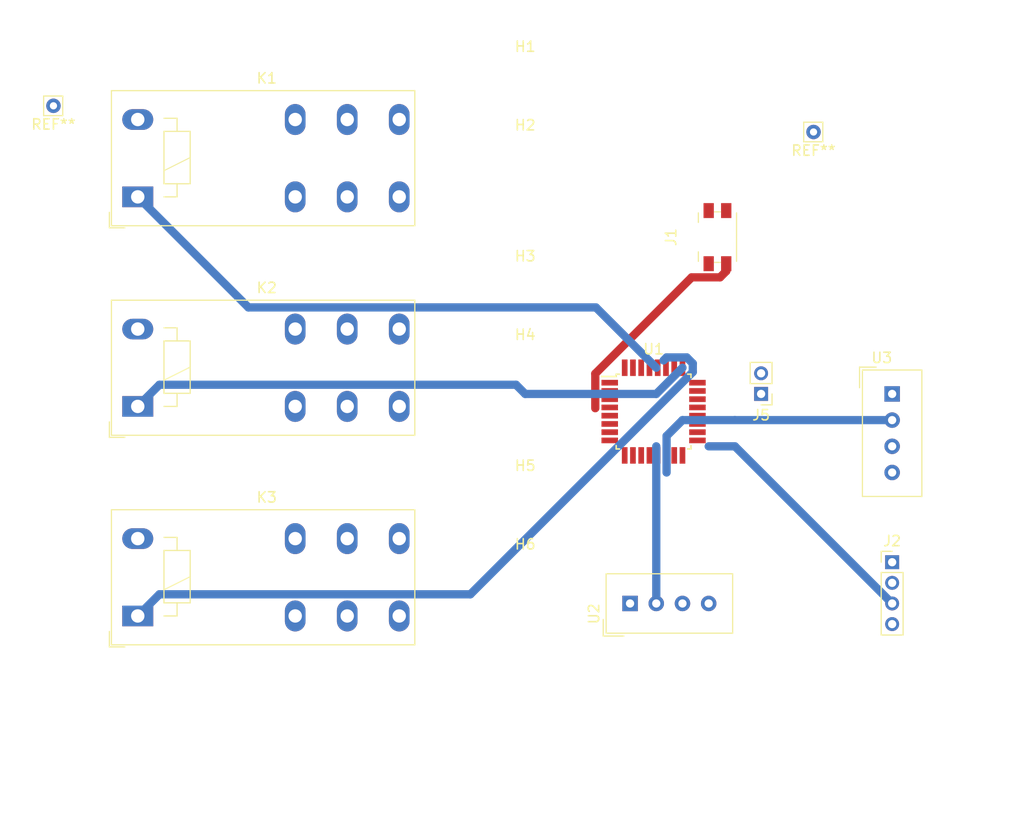
<source format=kicad_pcb>
(kicad_pcb (version 20221018) (generator pcbnew)
  (layers (0 "F.Cu" signal) (1 "In1.Cu" signal) (2 "In2.Cu" signal) (31 "B.Cu" signal) (34 "B.Paste" user) (35 "F.Paste" user) (36 "B.SilkS" user "B.Silkscreen") (37 "F.SilkS" user "F.Silkscreen") (38 "B.Mask" user) (39 "F.Mask" user) (44 "Edge.Cuts" user))
  (net 0 "")
  (net 1 "Net-(J1-Pin_1)")
  (net 2 "Net-(BT1-+)")
  (net 3 "Earth")
  (net 4 "Net-(J2-Pin_3)")
  (net 6 "Net-(H6-Pad1)")
  (net 7 "Net-(K1-Pad12)")
  (net 8 "Net-(H5-Pad1)")
  (net 9 "Net-(U1-PC4)")
  (net 10 "Net-(BT1--)")
  (net 11 "Net-(H2-Pad1)")
  (net 12 "Net-(K2-Pad12)")
  (net 13 "Net-(H1-Pad1)")
  (net 14 "Net-(U1-PC3)")
  (net 15 "Net-(H4-Pad1)")
  (net 16 "Net-(K3-Pad12)")
  (net 17 "Net-(H3-Pad1)")
  (net 18 "Net-(U1-PC5)")
  (net 26 "Net-(U1-PB0)")
  (net 27 "Net-(U1-PB1)")
  (footprint "Connector_PinHeader_2.00mm:PinHeader_1x04_P2.00mm_Vertical" (layer "F.Cu") (at 165.1 87.44)
    (fp_text reference "J2" (at 0 -2.06) (layer "F.SilkS"))
    (fp_text value "Rain_Inputs")
    (fp_line (start -1.06 -1.06) (end 0 -1.06) (stroke (width 0.12)) (layer "F.SilkS"))
    (fp_line (start -1.06 0) (end -1.06 -1.06) (stroke (width 0.12)) (layer "F.SilkS"))
    (fp_line (start -1.06 1) (end -1.06 7.06) (stroke (width 0.12)) (layer "F.SilkS"))
    (fp_line (start -1.06 1) (end 1.06 1) (stroke (width 0.12)) (layer "F.SilkS"))
    (fp_line (start -1.06 7.06) (end 1.06 7.06) (stroke (width 0.12)) (layer "F.SilkS"))
    (fp_line (start 1.06 1) (end 1.06 7.06) (stroke (width 0.12)) (layer "F.SilkS"))
    (pad "1" thru_hole rect (at 0 0) (size 1.35 1.35) (drill 0.8) (layers "*.Cu" "*.Mask") (net 2 "Net-(BT1-+)"))
    (pad "2" thru_hole oval (at 0 2) (size 1.35 1.35) (drill 0.8) (layers "*.Cu" "*.Mask") (net 3 "Earth"))
    (pad "3" thru_hole oval (at 0 4) (size 1.35 1.35) (drill 0.8) (layers "*.Cu" "*.Mask") (net 4 "Net-(J2-Pin_3)"))
    (pad "4" thru_hole oval (at 0 6) (size 1.35 1.35) (drill 0.8) (layers "*.Cu" "*.Mask"))
  )
  (footprint "MountingHole:MountingHole_2.1mm" (layer "F.Cu") (at 129.54 60.96)
    (fp_text reference "H3" (at 0 -3.2) (layer "F.SilkS"))
    (fp_text value "+Condicionador de Ar")
    (pad "" np_thru_hole circle (at 0 0) (size 2.1 2.1) (drill 2.1) (layers "*.Cu" "*.Mask"))
  )
  (footprint "Connector_PinHeader_2.00mm:PinHeader_1x02_P2.00mm_Vertical" (layer "F.Cu") (at 152.4 71.12 180)
    (fp_text reference "J5" (at 0 -2.06) (layer "F.SilkS"))
    (fp_text value "Sensor fim de curso")
    (fp_line (start -1.06 -1.06) (end 0 -1.06) (stroke (width 0.12)) (layer "F.SilkS"))
    (fp_line (start -1.06 0) (end -1.06 -1.06) (stroke (width 0.12)) (layer "F.SilkS"))
    (fp_line (start -1.06 1) (end -1.06 3.06) (stroke (width 0.12)) (layer "F.SilkS"))
    (fp_line (start -1.06 1) (end 1.06 1) (stroke (width 0.12)) (layer "F.SilkS"))
    (fp_line (start -1.06 3.06) (end 1.06 3.06) (stroke (width 0.12)) (layer "F.SilkS"))
    (fp_line (start 1.06 1) (end 1.06 3.06) (stroke (width 0.12)) (layer "F.SilkS"))
    (pad "1" thru_hole rect (at 0 0 180) (size 1.35 1.35) (drill 0.8) (layers "*.Cu" "*.Mask") (net 3 "Earth"))
    (pad "2" thru_hole oval (at 0 2 180) (size 1.35 1.35) (drill 0.8) (layers "*.Cu" "*.Mask") (net 2 "Net-(BT1-+)"))
  )
  (footprint "MountingHole:MountingHole_2.1mm" (layer "F.Cu") (at 129.54 81.28)
    (fp_text reference "H5" (at 0 -3.2) (layer "F.SilkS"))
    (fp_text value "+Umidificador")
    (pad "" np_thru_hole circle (at 0 0) (size 2.1 2.1) (drill 2.1) (layers "*.Cu" "*.Mask"))
  )
  (footprint "Sensor:Aosong_DHT11_5.5x12.0_P2.54mm" (layer "F.Cu") (at 165.1 71.12)
    (fp_text reference "U3" (at -1 -3.5) (layer "F.SilkS"))
    (fp_text value "DHT11")
    (fp_line (start -3.16 -2.6) (end -3.16 -0.6) (stroke (width 0.12)) (layer "F.SilkS"))
    (fp_line (start -3.16 -2.6) (end -1.55 -2.6) (stroke (width 0.12)) (layer "F.SilkS"))
    (fp_line (start -2.88 9.94) (end -2.88 -2.31) (stroke (width 0.12)) (layer "F.SilkS"))
    (fp_line (start -2.87 -2.32) (end 2.87 -2.32) (stroke (width 0.12)) (layer "F.SilkS"))
    (fp_line (start 2.88 -2.32) (end 2.88 9.94) (stroke (width 0.12)) (layer "F.SilkS"))
    (fp_line (start 2.88 9.94) (end -2.88 9.94) (stroke (width 0.12)) (layer "F.SilkS"))
    (pad "1" thru_hole rect (at 0 0) (size 1.5 1.5) (drill 0.8) (layers "*.Cu" "*.Mask") (net 2 "Net-(BT1-+)"))
    (pad "2" thru_hole circle (at 0 2.54) (size 1.5 1.5) (drill 0.8) (layers "*.Cu" "*.Mask") (net 27 "Net-(U1-PB1)"))
    (pad "3" thru_hole circle (at 0 5.08) (size 1.5 1.5) (drill 0.8) (layers "*.Cu" "*.Mask"))
    (pad "4" thru_hole circle (at 0 7.62) (size 1.5 1.5) (drill 0.8) (layers "*.Cu" "*.Mask") (net 3 "Earth"))
  )
  (footprint "Relay_THT:Relay_SPDT_Schrack-RT1-16A-FormC_RM5mm" (layer "F.Cu") (at 91.99 72.33)
    (fp_text reference "K2" (at 12.5 -11.5) (layer "F.SilkS"))
    (fp_text value "RT314A24")
    (fp_line (start -2.75 1.5) (end -2.75 3) (stroke (width 0.12)) (layer "F.SilkS"))
    (fp_line (start -2.75 3) (end -1.25 3) (stroke (width 0.12)) (layer "F.SilkS"))
    (fp_line (start -2.55 -10.3) (end -2.55 2.8) (stroke (width 0.12)) (layer "F.SilkS"))
    (fp_line (start -2.55 2.8) (end 26.85 2.8) (stroke (width 0.12)) (layer "F.SilkS"))
    (fp_line (start 2.54 -6.35) (end 2.54 -1.27) (stroke (width 0.12)) (layer "F.SilkS"))
    (fp_line (start 2.54 -2.54) (end 5.08 -3.81) (stroke (width 0.1)) (layer "F.SilkS"))
    (fp_line (start 2.54 -1.27) (end 3.81 -1.27) (stroke (width 0.12)) (layer "F.SilkS"))
    (fp_line (start 2.54 0) (end 3.81 0) (stroke (width 0.12)) (layer "F.SilkS"))
    (fp_line (start 3.81 -7.62) (end 2.54 -7.62) (stroke (width 0.12)) (layer "F.SilkS"))
    (fp_line (start 3.81 -6.35) (end 3.81 -7.62) (stroke (width 0.12)) (layer "F.SilkS"))
    (fp_line (start 3.81 -1.27) (end 5.08 -1.27) (stroke (width 0.12)) (layer "F.SilkS"))
    (fp_line (start 3.81 0) (end 3.81 -1.27) (stroke (width 0.12)) (layer "F.SilkS"))
    (fp_line (start 5.08 -6.35) (end 2.54 -6.35) (stroke (width 0.12)) (layer "F.SilkS"))
    (fp_line (start 5.08 -1.27) (end 5.08 -6.35) (stroke (width 0.12)) (layer "F.SilkS"))
    (fp_line (start 26.85 -10.3) (end -2.55 -10.3) (stroke (width 0.12)) (layer "F.SilkS"))
    (fp_line (start 26.85 2.8) (end 26.85 -10.3) (stroke (width 0.12)) (layer "F.SilkS"))
    (pad "11" thru_hole oval (at 20.3 -7.5 180) (size 2 3) (drill 1.3) (layers "*.Cu" "*.Mask") (net 11 "Net-(H2-Pad1)"))
    (pad "11" thru_hole oval (at 20.3 0 180) (size 2 3) (drill 1.3) (layers "*.Cu" "*.Mask") (net 11 "Net-(H2-Pad1)"))
    (pad "12" thru_hole oval (at 15.26 -7.5 180) (size 2 3) (drill 1.3) (layers "*.Cu" "*.Mask") (net 12 "Net-(K2-Pad12)"))
    (pad "12" thru_hole oval (at 15.26 0 180) (size 2 3) (drill 1.3) (layers "*.Cu" "*.Mask") (net 12 "Net-(K2-Pad12)"))
    (pad "14" thru_hole oval (at 25.34 -7.5 180) (size 2 3) (drill 1.3) (layers "*.Cu" "*.Mask") (net 13 "Net-(H1-Pad1)"))
    (pad "14" thru_hole oval (at 25.34 0 180) (size 2 3) (drill 1.3) (layers "*.Cu" "*.Mask") (net 13 "Net-(H1-Pad1)"))
    (pad "A1" thru_hole rect (at 0 0 180) (size 3 2) (drill 1.3) (layers "*.Cu" "*.Mask") (net 14 "Net-(U1-PC3)"))
    (pad "A2" thru_hole oval (at 0 -7.5 180) (size 3 2) (drill 1.3) (layers "*.Cu" "*.Mask") (net 10 "Net-(BT1--)"))
  )
  (footprint "Relay_THT:Relay_SPDT_Schrack-RT1-16A-FormC_RM5mm" (layer "F.Cu") (at 91.99 92.65)
    (fp_text reference "K3" (at 12.5 -11.5) (layer "F.SilkS"))
    (fp_text value "RT314A24")
    (fp_line (start -2.75 1.5) (end -2.75 3) (stroke (width 0.12)) (layer "F.SilkS"))
    (fp_line (start -2.75 3) (end -1.25 3) (stroke (width 0.12)) (layer "F.SilkS"))
    (fp_line (start -2.55 -10.3) (end -2.55 2.8) (stroke (width 0.12)) (layer "F.SilkS"))
    (fp_line (start -2.55 2.8) (end 26.85 2.8) (stroke (width 0.12)) (layer "F.SilkS"))
    (fp_line (start 2.54 -6.35) (end 2.54 -1.27) (stroke (width 0.12)) (layer "F.SilkS"))
    (fp_line (start 2.54 -2.54) (end 5.08 -3.81) (stroke (width 0.1)) (layer "F.SilkS"))
    (fp_line (start 2.54 -1.27) (end 3.81 -1.27) (stroke (width 0.12)) (layer "F.SilkS"))
    (fp_line (start 2.54 0) (end 3.81 0) (stroke (width 0.12)) (layer "F.SilkS"))
    (fp_line (start 3.81 -7.62) (end 2.54 -7.62) (stroke (width 0.12)) (layer "F.SilkS"))
    (fp_line (start 3.81 -6.35) (end 3.81 -7.62) (stroke (width 0.12)) (layer "F.SilkS"))
    (fp_line (start 3.81 -1.27) (end 5.08 -1.27) (stroke (width 0.12)) (layer "F.SilkS"))
    (fp_line (start 3.81 0) (end 3.81 -1.27) (stroke (width 0.12)) (layer "F.SilkS"))
    (fp_line (start 5.08 -6.35) (end 2.54 -6.35) (stroke (width 0.12)) (layer "F.SilkS"))
    (fp_line (start 5.08 -1.27) (end 5.08 -6.35) (stroke (width 0.12)) (layer "F.SilkS"))
    (fp_line (start 26.85 -10.3) (end -2.55 -10.3) (stroke (width 0.12)) (layer "F.SilkS"))
    (fp_line (start 26.85 2.8) (end 26.85 -10.3) (stroke (width 0.12)) (layer "F.SilkS"))
    (pad "11" thru_hole oval (at 20.3 -7.5 180) (size 2 3) (drill 1.3) (layers "*.Cu" "*.Mask") (net 15 "Net-(H4-Pad1)"))
    (pad "11" thru_hole oval (at 20.3 0 180) (size 2 3) (drill 1.3) (layers "*.Cu" "*.Mask") (net 15 "Net-(H4-Pad1)"))
    (pad "12" thru_hole oval (at 15.26 -7.5 180) (size 2 3) (drill 1.3) (layers "*.Cu" "*.Mask") (net 16 "Net-(K3-Pad12)"))
    (pad "12" thru_hole oval (at 15.26 0 180) (size 2 3) (drill 1.3) (layers "*.Cu" "*.Mask") (net 16 "Net-(K3-Pad12)"))
    (pad "14" thru_hole oval (at 25.34 -7.5 180) (size 2 3) (drill 1.3) (layers "*.Cu" "*.Mask") (net 17 "Net-(H3-Pad1)"))
    (pad "14" thru_hole oval (at 25.34 0 180) (size 2 3) (drill 1.3) (layers "*.Cu" "*.Mask") (net 17 "Net-(H3-Pad1)"))
    (pad "A1" thru_hole rect (at 0 0 180) (size 3 2) (drill 1.3) (layers "*.Cu" "*.Mask") (net 18 "Net-(U1-PC5)"))
    (pad "A2" thru_hole oval (at 0 -7.5 180) (size 3 2) (drill 1.3) (layers "*.Cu" "*.Mask") (net 10 "Net-(BT1--)"))
  )
  (footprint "MountingHole:MountingHole_2.1mm" (layer "F.Cu") (at 129.54 88.9)
    (fp_text reference "H6" (at 0 -3.2) (layer "F.SilkS"))
    (fp_text value "-Umidificador")
    (pad "" np_thru_hole circle (at 0 0) (size 2.1 2.1) (drill 2.1) (layers "*.Cu" "*.Mask"))
  )
  (footprint "Relay_THT:Relay_SPDT_Schrack-RT1-16A-FormC_RM5mm" (layer "F.Cu") (at 91.99 52.01)
    (fp_text reference "K1" (at 12.5 -11.5) (layer "F.SilkS"))
    (fp_text value "RT314A24")
    (fp_line (start -2.75 1.5) (end -2.75 3) (stroke (width 0.12)) (layer "F.SilkS"))
    (fp_line (start -2.75 3) (end -1.25 3) (stroke (width 0.12)) (layer "F.SilkS"))
    (fp_line (start -2.55 -10.3) (end -2.55 2.8) (stroke (width 0.12)) (layer "F.SilkS"))
    (fp_line (start -2.55 2.8) (end 26.85 2.8) (stroke (width 0.12)) (layer "F.SilkS"))
    (fp_line (start 2.54 -6.35) (end 2.54 -1.27) (stroke (width 0.12)) (layer "F.SilkS"))
    (fp_line (start 2.54 -2.54) (end 5.08 -3.81) (stroke (width 0.1)) (layer "F.SilkS"))
    (fp_line (start 2.54 -1.27) (end 3.81 -1.27) (stroke (width 0.12)) (layer "F.SilkS"))
    (fp_line (start 2.54 0) (end 3.81 0) (stroke (width 0.12)) (layer "F.SilkS"))
    (fp_line (start 3.81 -7.62) (end 2.54 -7.62) (stroke (width 0.12)) (layer "F.SilkS"))
    (fp_line (start 3.81 -6.35) (end 3.81 -7.62) (stroke (width 0.12)) (layer "F.SilkS"))
    (fp_line (start 3.81 -1.27) (end 5.08 -1.27) (stroke (width 0.12)) (layer "F.SilkS"))
    (fp_line (start 3.81 0) (end 3.81 -1.27) (stroke (width 0.12)) (layer "F.SilkS"))
    (fp_line (start 5.08 -6.35) (end 2.54 -6.35) (stroke (width 0.12)) (layer "F.SilkS"))
    (fp_line (start 5.08 -1.27) (end 5.08 -6.35) (stroke (width 0.12)) (layer "F.SilkS"))
    (fp_line (start 26.85 -10.3) (end -2.55 -10.3) (stroke (width 0.12)) (layer "F.SilkS"))
    (fp_line (start 26.85 2.8) (end 26.85 -10.3) (stroke (width 0.12)) (layer "F.SilkS"))
    (pad "11" thru_hole oval (at 20.3 -7.5 180) (size 2 3) (drill 1.3) (layers "*.Cu" "*.Mask") (net 6 "Net-(H6-Pad1)"))
    (pad "11" thru_hole oval (at 20.3 0 180) (size 2 3) (drill 1.3) (layers "*.Cu" "*.Mask") (net 6 "Net-(H6-Pad1)"))
    (pad "12" thru_hole oval (at 15.26 -7.5 180) (size 2 3) (drill 1.3) (layers "*.Cu" "*.Mask") (net 7 "Net-(K1-Pad12)"))
    (pad "12" thru_hole oval (at 15.26 0 180) (size 2 3) (drill 1.3) (layers "*.Cu" "*.Mask") (net 7 "Net-(K1-Pad12)"))
    (pad "14" thru_hole oval (at 25.34 -7.5 180) (size 2 3) (drill 1.3) (layers "*.Cu" "*.Mask") (net 8 "Net-(H5-Pad1)"))
    (pad "14" thru_hole oval (at 25.34 0 180) (size 2 3) (drill 1.3) (layers "*.Cu" "*.Mask") (net 8 "Net-(H5-Pad1)"))
    (pad "A1" thru_hole rect (at 0 0 180) (size 3 2) (drill 1.3) (layers "*.Cu" "*.Mask") (net 9 "Net-(U1-PC4)"))
    (pad "A2" thru_hole oval (at 0 -7.5 180) (size 3 2) (drill 1.3) (layers "*.Cu" "*.Mask") (net 10 "Net-(BT1--)"))
  )
  (footprint "MountingHole:MountingHole_2.1mm" (layer "F.Cu") (at 129.54 68.58)
    (fp_text reference "H4" (at 0 -3.2) (layer "F.SilkS"))
    (fp_text value "-Condicionador de Ar")
    (pad "" np_thru_hole circle (at 0 0) (size 2.1 2.1) (drill 2.1) (layers "*.Cu" "*.Mask"))
  )
  (footprint "Button_Switch_SMD:Panasonic_EVQPUM_EVQPUD" (layer "F.Cu") (at 148.17 55.915 90)
    (fp_text reference "J1" (at 0 -4.5 90) (layer "F.SilkS"))
    (fp_text value "Botao Iniciar")
    (fp_line (start -2.45 0.275) (end -2.45 -0.275) (stroke (width 0.12)) (layer "F.SilkS"))
    (fp_line (start -1.425 -1.85) (end -2.35 -1.85) (stroke (width 0.12)) (layer "F.SilkS"))
    (fp_line (start 2.35 -1.85) (end 1.425 -1.85) (stroke (width 0.12)) (layer "F.SilkS"))
    (fp_line (start 2.35 1.85) (end -2.35 1.85) (stroke (width 0.12)) (layer "F.SilkS"))
    (fp_line (start 2.45 0.275) (end 2.45 -0.275) (stroke (width 0.12)) (layer "F.SilkS"))
    (pad "" np_thru_hole circle (at 0 -1.375 270) (size 0.75 0.75) (drill 0.75) (layers "*.Cu" "*.Mask"))
    (pad "" np_thru_hole circle (at 0 1.375 270) (size 0.75 0.75) (drill 0.75) (layers "*.Cu" "*.Mask"))
    (pad "1" smd rect (at -2.575 -0.85 270) (size 1.45 1) (layers "F.Cu" "F.Paste" "F.Mask") (net 1 "Net-(J1-Pin_1)"))
    (pad "1" smd rect (at 2.575 -0.85 270) (size 1.45 1) (layers "F.Cu" "F.Paste" "F.Mask") (net 1 "Net-(J1-Pin_1)"))
    (pad "2" smd rect (at -2.575 0.85 270) (size 1.45 1) (layers "F.Cu" "F.Paste" "F.Mask") (net 2 "Net-(BT1-+)"))
    (pad "2" smd rect (at 2.575 0.85 270) (size 1.45 1) (layers "F.Cu" "F.Paste" "F.Mask") (net 2 "Net-(BT1-+)"))
  )
  (footprint "MountingHole:MountingHole_2.1mm" (layer "F.Cu") (at 129.54 40.64)
    (fp_text reference "H1" (at 0 -3.2) (layer "F.SilkS"))
    (fp_text value "+Motor")
    (pad "" np_thru_hole circle (at 0 0) (size 2.1 2.1) (drill 2.1) (layers "*.Cu" "*.Mask"))
  )
  (footprint "Connector_Pin:Pin_D0.7mm_L6.5mm_W1.8mm_FlatFork" (layer "F.Cu") (at 157.48 45.72)
    (fp_text reference "REF**" (at 0 1.8) (layer "F.SilkS"))
    (fp_text value "Pin_D0.7mm_L6.5mm_W1.8mm_FlatFork")
    (fp_line (start -0.95 -0.95) (end -0.95 0.95) (stroke (width 0.12)) (layer "F.SilkS"))
    (fp_line (start -0.95 0.95) (end 0.9 0.95) (stroke (width 0.12)) (layer "F.SilkS"))
    (fp_line (start 0.9 -0.95) (end -0.95 -0.95) (stroke (width 0.12)) (layer "F.SilkS"))
    (fp_line (start 0.9 -0.9) (end 0.9 -0.95) (stroke (width 0.12)) (layer "F.SilkS"))
    (fp_line (start 0.9 0.95) (end 0.9 -0.9) (stroke (width 0.12)) (layer "F.SilkS"))
    (pad "1" thru_hole circle (at 0 0) (size 1.4 1.4) (drill 0.7) (layers "*.Cu" "*.Mask"))
  )
  (footprint "Connector_Pin:Pin_D0.7mm_L6.5mm_W1.8mm_FlatFork" (layer "F.Cu") (at 83.82 43.18)
    (fp_text reference "REF**" (at 0 1.8) (layer "F.SilkS"))
    (fp_text value "Terra")
    (fp_line (start -0.95 -0.95) (end -0.95 0.95) (stroke (width 0.12)) (layer "F.SilkS"))
    (fp_line (start -0.95 0.95) (end 0.9 0.95) (stroke (width 0.12)) (layer "F.SilkS"))
    (fp_line (start 0.9 -0.95) (end -0.95 -0.95) (stroke (width 0.12)) (layer "F.SilkS"))
    (fp_line (start 0.9 -0.9) (end 0.9 -0.95) (stroke (width 0.12)) (layer "F.SilkS"))
    (fp_line (start 0.9 0.95) (end 0.9 -0.9) (stroke (width 0.12)) (layer "F.SilkS"))
    (pad "1" thru_hole circle (at 0 0) (size 1.4 1.4) (drill 0.7) (layers "*.Cu" "*.Mask"))
  )
  (footprint "Sensor:Aosong_DHT11_5.5x12.0_P2.54mm" (layer "F.Cu") (at 139.7 91.44 90)
    (fp_text reference "U2" (at -1 -3.5 90) (layer "F.SilkS"))
    (fp_text value "DHT11")
    (fp_line (start -3.16 -2.6) (end -3.16 -0.6) (stroke (width 0.12)) (layer "F.SilkS"))
    (fp_line (start -3.16 -2.6) (end -1.55 -2.6) (stroke (width 0.12)) (layer "F.SilkS"))
    (fp_line (start -2.88 9.94) (end -2.88 -2.31) (stroke (width 0.12)) (layer "F.SilkS"))
    (fp_line (start -2.87 -2.32) (end 2.87 -2.32) (stroke (width 0.12)) (layer "F.SilkS"))
    (fp_line (start 2.88 -2.32) (end 2.88 9.94) (stroke (width 0.12)) (layer "F.SilkS"))
    (fp_line (start 2.88 9.94) (end -2.88 9.94) (stroke (width 0.12)) (layer "F.SilkS"))
    (pad "1" thru_hole rect (at 0 0 90) (size 1.5 1.5) (drill 0.8) (layers "*.Cu" "*.Mask") (net 2 "Net-(BT1-+)"))
    (pad "2" thru_hole circle (at 0 2.54 90) (size 1.5 1.5) (drill 0.8) (layers "*.Cu" "*.Mask") (net 26 "Net-(U1-PB0)"))
    (pad "3" thru_hole circle (at 0 5.08 90) (size 1.5 1.5) (drill 0.8) (layers "*.Cu" "*.Mask"))
    (pad "4" thru_hole circle (at 0 7.62 90) (size 1.5 1.5) (drill 0.8) (layers "*.Cu" "*.Mask") (net 3 "Earth"))
  )
  (footprint "MountingHole:MountingHole_2.1mm" (layer "F.Cu") (at 129.54 48.26)
    (fp_text reference "H2" (at 0 -3.2) (layer "F.SilkS"))
    (fp_text value "-Motor")
    (pad "" np_thru_hole circle (at 0 0) (size 2.1 2.1) (drill 2.1) (layers "*.Cu" "*.Mask"))
  )
  (footprint "Package_QFP:TQFP-32_7x7mm_P0.8mm" (layer "F.Cu") (at 141.98 72.83)
    (fp_text reference "U1" (at 0 -6.05) (layer "F.SilkS"))
    (fp_text value "ATmega328-A")
    (fp_line (start -3.625 -3.625) (end -3.625 -3.4) (stroke (width 0.15)) (layer "F.SilkS"))
    (fp_line (start -3.625 -3.625) (end -3.3 -3.625) (stroke (width 0.15)) (layer "F.SilkS"))
    (fp_line (start -3.625 -3.4) (end -5.05 -3.4) (stroke (width 0.15)) (layer "F.SilkS"))
    (fp_line (start -3.625 3.625) (end -3.625 3.3) (stroke (width 0.15)) (layer "F.SilkS"))
    (fp_line (start -3.625 3.625) (end -3.3 3.625) (stroke (width 0.15)) (layer "F.SilkS"))
    (fp_line (start 3.625 -3.625) (end 3.3 -3.625) (stroke (width 0.15)) (layer "F.SilkS"))
    (fp_line (start 3.625 -3.625) (end 3.625 -3.3) (stroke (width 0.15)) (layer "F.SilkS"))
    (fp_line (start 3.625 3.625) (end 3.3 3.625) (stroke (width 0.15)) (layer "F.SilkS"))
    (fp_line (start 3.625 3.625) (end 3.625 3.3) (stroke (width 0.15)) (layer "F.SilkS"))
    (pad "1" smd rect (at -4.25 -2.8) (size 1.6 0.55) (layers "F.Cu" "F.Paste" "F.Mask"))
    (pad "2" smd rect (at -4.25 -2) (size 1.6 0.55) (layers "F.Cu" "F.Paste" "F.Mask"))
    (pad "3" smd rect (at -4.25 -1.2) (size 1.6 0.55) (layers "F.Cu" "F.Paste" "F.Mask") (net 10 "Net-(BT1--)"))
    (pad "4" smd rect (at -4.25 -0.4) (size 1.6 0.55) (layers "F.Cu" "F.Paste" "F.Mask") (net 2 "Net-(BT1-+)"))
    (pad "5" smd rect (at -4.25 0.4) (size 1.6 0.55) (layers "F.Cu" "F.Paste" "F.Mask") (net 10 "Net-(BT1--)"))
    (pad "6" smd rect (at -4.25 1.2) (size 1.6 0.55) (layers "F.Cu" "F.Paste" "F.Mask") (net 2 "Net-(BT1-+)"))
    (pad "7" smd rect (at -4.25 2) (size 1.6 0.55) (layers "F.Cu" "F.Paste" "F.Mask"))
    (pad "8" smd rect (at -4.25 2.8) (size 1.6 0.55) (layers "F.Cu" "F.Paste" "F.Mask"))
    (pad "9" smd rect (at -2.8 4.25 90) (size 1.6 0.55) (layers "F.Cu" "F.Paste" "F.Mask"))
    (pad "10" smd rect (at -2 4.25 90) (size 1.6 0.55) (layers "F.Cu" "F.Paste" "F.Mask"))
    (pad "11" smd rect (at -1.2 4.25 90) (size 1.6 0.55) (layers "F.Cu" "F.Paste" "F.Mask"))
    (pad "12" smd rect (at -0.4 4.25 90) (size 1.6 0.55) (layers "F.Cu" "F.Paste" "F.Mask") (net 26 "Net-(U1-PB0)"))
    (pad "13" smd rect (at 0.4 4.25 90) (size 1.6 0.55) (layers "F.Cu" "F.Paste" "F.Mask") (net 27 "Net-(U1-PB1)"))
    (pad "14" smd rect (at 1.2 4.25 90) (size 1.6 0.55) (layers "F.Cu" "F.Paste" "F.Mask"))
    (pad "15" smd rect (at 2 4.25 90) (size 1.6 0.55) (layers "F.Cu" "F.Paste" "F.Mask"))
    (pad "16" smd rect (at 2.8 4.25 90) (size 1.6 0.55) (layers "F.Cu" "F.Paste" "F.Mask") (net 3 "Earth"))
    (pad "17" smd rect (at 4.25 2.8) (size 1.6 0.55) (layers "F.Cu" "F.Paste" "F.Mask") (net 4 "Net-(J2-Pin_3)"))
    (pad "18" smd rect (at 4.25 2) (size 1.6 0.55) (layers "F.Cu" "F.Paste" "F.Mask"))
    (pad "19" smd rect (at 4.25 1.2) (size 1.6 0.55) (layers "F.Cu" "F.Paste" "F.Mask"))
    (pad "20" smd rect (at 4.25 0.4) (size 1.6 0.55) (layers "F.Cu" "F.Paste" "F.Mask"))
    (pad "21" smd rect (at 4.25 -0.4) (size 1.6 0.55) (layers "F.Cu" "F.Paste" "F.Mask") (net 10 "Net-(BT1--)"))
    (pad "22" smd rect (at 4.25 -1.2) (size 1.6 0.55) (layers "F.Cu" "F.Paste" "F.Mask"))
    (pad "23" smd rect (at 4.25 -2) (size 1.6 0.55) (layers "F.Cu" "F.Paste" "F.Mask"))
    (pad "24" smd rect (at 4.25 -2.8) (size 1.6 0.55) (layers "F.Cu" "F.Paste" "F.Mask"))
    (pad "25" smd rect (at 2.8 -4.25 90) (size 1.6 0.55) (layers "F.Cu" "F.Paste" "F.Mask") (net 1 "Net-(J1-Pin_1)"))
    (pad "26" smd rect (at 2 -4.25 90) (size 1.6 0.55) (layers "F.Cu" "F.Paste" "F.Mask") (net 14 "Net-(U1-PC3)"))
    (pad "27" smd rect (at 1.2 -4.25 90) (size 1.6 0.55) (layers "F.Cu" "F.Paste" "F.Mask") (net 9 "Net-(U1-PC4)"))
    (pad "28" smd rect (at 0.4 -4.25 90) (size 1.6 0.55) (layers "F.Cu" "F.Paste" "F.Mask") (net 18 "Net-(U1-PC5)"))
    (pad "29" smd rect (at -0.4 -4.25 90) (size 1.6 0.55) (layers "F.Cu" "F.Paste" "F.Mask"))
    (pad "30" smd rect (at -1.2 -4.25 90) (size 1.6 0.55) (layers "F.Cu" "F.Paste" "F.Mask"))
    (pad "31" smd rect (at -2 -4.25 90) (size 1.6 0.55) (layers "F.Cu" "F.Paste" "F.Mask"))
    (pad "32" smd rect (at -2.8 -4.25 90) (size 1.6 0.55) (layers "F.Cu" "F.Paste" "F.Mask"))
  )
  (segment (start 148.42 59.815) (end 145.67 59.815) (width 0.8) (layer "F.Cu") (net 2))
  (segment (start 145.67 59.815) (end 136.33 69.155) (width 0.8) (layer "F.Cu") (net 2))
  (segment (start 149.02 58.49) (end 149.02 59.215) (width 0.8) (layer "F.Cu") (net 2))
  (segment (start 136.33 69.155) (end 136.33 72.505) (width 0.8) (layer "F.Cu") (net 2))
  (segment (start 149.02 59.215) (end 148.42 59.815) (width 0.8) (layer "F.Cu") (net 2))
  (segment (start 149.86 76.2) (end 147.32 76.2) (width 0.8) (layer "B.Cu") (net 4))
  (segment (start 165.1 91.44) (end 149.86 76.2) (width 0.8) (layer "B.Cu") (net 4))
  (segment (start 102.71 62.73) (end 136.39 62.73) (width 0.8) (layer "B.Cu") (net 9))
  (segment (start 136.39 62.73) (end 142.24 68.58) (width 0.8) (layer "B.Cu") (net 9))
  (segment (start 91.99 52.01) (end 102.71 62.73) (width 0.8) (layer "B.Cu") (net 9))
  (segment (start 129.54 71.12) (end 142.24 71.12) (width 0.8) (layer "B.Cu") (net 14))
  (segment (start 94.09 70.23) (end 128.65 70.23) (width 0.8) (layer "B.Cu") (net 14))
  (segment (start 128.65 70.23) (end 129.54 71.12) (width 0.8) (layer "B.Cu") (net 14))
  (segment (start 91.99 72.33) (end 94.09 70.23) (width 0.8) (layer "B.Cu") (net 14))
  (segment (start 142.24 71.12) (end 144.78 68.58) (width 0.8) (layer "B.Cu") (net 14))
  (segment (start 143.240001 67.579999) (end 142.947107 67.872893) (width 0.8) (layer "B.Cu") (net 18))
  (segment (start 94.09 90.55) (end 124.224214 90.55) (width 0.8) (layer "B.Cu") (net 18))
  (segment (start 124.224214 90.55) (end 145.780001 68.994213) (width 0.8) (layer "B.Cu") (net 18))
  (segment (start 145.780001 68.165787) (end 145.194213 67.579999) (width 0.8) (layer "B.Cu") (net 18))
  (segment (start 145.780001 68.994213) (end 145.780001 68.165787) (width 0.8) (layer "B.Cu") (net 18))
  (segment (start 145.194213 67.579999) (end 143.240001 67.579999) (width 0.8) (layer "B.Cu") (net 18))
  (segment (start 91.99 92.65) (end 94.09 90.55) (width 0.8) (layer "B.Cu") (net 18))
  (segment (start 142.24 91.44) (end 142.24 76.2) (width 0.8) (layer "B.Cu") (net 26))
  (segment (start 149.86 73.66) (end 144.78 73.66) (width 0.8) (layer "B.Cu") (net 27))
  (segment (start 144.78 73.66) (end 143.24 75.2) (width 0.8) (layer "B.Cu") (net 27))
  (segment (start 143.24 75.2) (end 143.24 78.74) (width 0.8) (layer "B.Cu") (net 27))
  (segment (start 165.1 73.66) (end 149.86 73.66) (width 0.8) (layer "B.Cu") (net 27))
)
</source>
